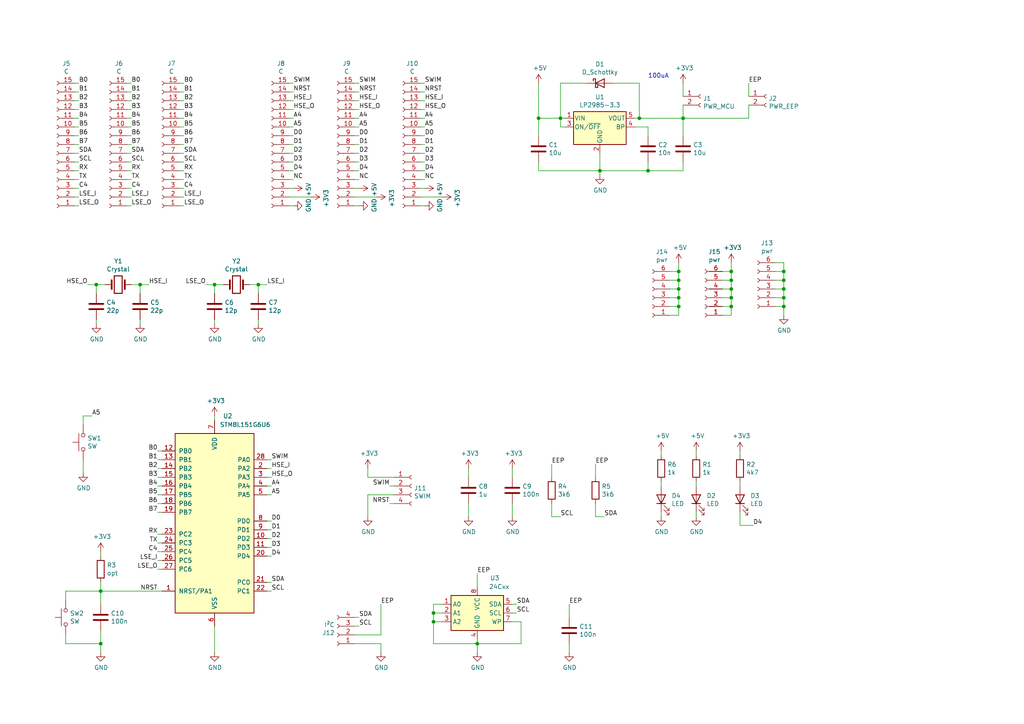
<source format=kicad_sch>
(kicad_sch (version 20211123) (generator eeschema)
  (paper "A4")
  (lib_symbols
    (symbol "Connector:Conn_01x02_Female" (pin_names (offset 1.016) hide)
      (property "Reference" "J" (at 0 2.54 0))
      (property "Value" "Conn_01x02_Female" (at 0 -5.08 0))
      (symbol "Conn_01x02_Female_1_1"
        (arc (start 0 -2.032) (mid -0.508 -2.54) (end 0 -3.048) (stroke (width 0.1524)))
        (polyline (pts (xy -1.27 -2.54) (xy -0.508 -2.54)) (stroke (width 0.1524)))
        (polyline (pts (xy -1.27 0) (xy -0.508 0)) (stroke (width 0.1524)))
        (arc (start 0 0.508) (mid -0.508 0) (end 0 -0.508) (stroke (width 0.1524)))
        (pin passive line (at -5.08 0 0) (length 3.81) (name "Pin_1") (number "1"))
        (pin passive line (at -5.08 -2.54 0) (length 3.81) (name "Pin_2") (number "2"))
      )
    )
    (symbol "Connector:Conn_01x04_Female" (pin_names (offset 1.016) hide)
      (property "Reference" "J" (at 0 5.08 0))
      (property "Value" "Conn_01x04_Female" (at 0 -7.62 0))
      (symbol "Conn_01x04_Female_1_1"
        (arc (start 0 -4.572) (mid -0.508 -5.08) (end 0 -5.588) (stroke (width 0.1524)))
        (arc (start 0 -2.032) (mid -0.508 -2.54) (end 0 -3.048) (stroke (width 0.1524)))
        (polyline (pts (xy -1.27 -5.08) (xy -0.508 -5.08)) (stroke (width 0.1524)))
        (polyline (pts (xy -1.27 -2.54) (xy -0.508 -2.54)) (stroke (width 0.1524)))
        (polyline (pts (xy -1.27 0) (xy -0.508 0)) (stroke (width 0.1524)))
        (polyline (pts (xy -1.27 2.54) (xy -0.508 2.54)) (stroke (width 0.1524)))
        (arc (start 0 0.508) (mid -0.508 0) (end 0 -0.508) (stroke (width 0.1524)))
        (arc (start 0 3.048) (mid -0.508 2.54) (end 0 2.032) (stroke (width 0.1524)))
        (pin passive line (at -5.08 2.54 0) (length 3.81) (name "Pin_1") (number "1"))
        (pin passive line (at -5.08 0 0) (length 3.81) (name "Pin_2") (number "2"))
        (pin passive line (at -5.08 -2.54 0) (length 3.81) (name "Pin_3") (number "3"))
        (pin passive line (at -5.08 -5.08 0) (length 3.81) (name "Pin_4") (number "4"))
      )
    )
    (symbol "Connector:Conn_01x06_Female" (pin_names (offset 1.016) hide)
      (property "Reference" "J" (at 0 7.62 0))
      (property "Value" "Conn_01x06_Female" (at 0 -10.16 0))
      (symbol "Conn_01x06_Female_1_1"
        (arc (start 0 -7.112) (mid -0.508 -7.62) (end 0 -8.128) (stroke (width 0.1524)))
        (arc (start 0 -4.572) (mid -0.508 -5.08) (end 0 -5.588) (stroke (width 0.1524)))
        (arc (start 0 -2.032) (mid -0.508 -2.54) (end 0 -3.048) (stroke (width 0.1524)))
        (polyline (pts (xy -1.27 -7.62) (xy -0.508 -7.62)) (stroke (width 0.1524)))
        (polyline (pts (xy -1.27 -5.08) (xy -0.508 -5.08)) (stroke (width 0.1524)))
        (polyline (pts (xy -1.27 -2.54) (xy -0.508 -2.54)) (stroke (width 0.1524)))
        (polyline (pts (xy -1.27 0) (xy -0.508 0)) (stroke (width 0.1524)))
        (polyline (pts (xy -1.27 2.54) (xy -0.508 2.54)) (stroke (width 0.1524)))
        (polyline (pts (xy -1.27 5.08) (xy -0.508 5.08)) (stroke (width 0.1524)))
        (arc (start 0 0.508) (mid -0.508 0) (end 0 -0.508) (stroke (width 0.1524)))
        (arc (start 0 3.048) (mid -0.508 2.54) (end 0 2.032) (stroke (width 0.1524)))
        (arc (start 0 5.588) (mid -0.508 5.08) (end 0 4.572) (stroke (width 0.1524)))
        (pin passive line (at -5.08 5.08 0) (length 3.81) (name "Pin_1") (number "1"))
        (pin passive line (at -5.08 2.54 0) (length 3.81) (name "Pin_2") (number "2"))
        (pin passive line (at -5.08 0 0) (length 3.81) (name "Pin_3") (number "3"))
        (pin passive line (at -5.08 -2.54 0) (length 3.81) (name "Pin_4") (number "4"))
        (pin passive line (at -5.08 -5.08 0) (length 3.81) (name "Pin_5") (number "5"))
        (pin passive line (at -5.08 -7.62 0) (length 3.81) (name "Pin_6") (number "6"))
      )
    )
    (symbol "Connector:Conn_01x15_Female" (pin_names (offset 1.016) hide)
      (property "Reference" "J" (at 0 20.32 0))
      (property "Value" "Conn_01x15_Female" (at 0 -20.32 0))
      (symbol "Conn_01x15_Female_1_1"
        (arc (start 0 -17.272) (mid -0.508 -17.78) (end 0 -18.288) (stroke (width 0.1524)))
        (arc (start 0 -14.732) (mid -0.508 -15.24) (end 0 -15.748) (stroke (width 0.1524)))
        (arc (start 0 -12.192) (mid -0.508 -12.7) (end 0 -13.208) (stroke (width 0.1524)))
        (arc (start 0 -9.652) (mid -0.508 -10.16) (end 0 -10.668) (stroke (width 0.1524)))
        (arc (start 0 -7.112) (mid -0.508 -7.62) (end 0 -8.128) (stroke (width 0.1524)))
        (arc (start 0 -4.572) (mid -0.508 -5.08) (end 0 -5.588) (stroke (width 0.1524)))
        (arc (start 0 -2.032) (mid -0.508 -2.54) (end 0 -3.048) (stroke (width 0.1524)))
        (polyline (pts (xy -1.27 -17.78) (xy -0.508 -17.78)) (stroke (width 0.1524)))
        (polyline (pts (xy -1.27 -15.24) (xy -0.508 -15.24)) (stroke (width 0.1524)))
        (polyline (pts (xy -1.27 -12.7) (xy -0.508 -12.7)) (stroke (width 0.1524)))
        (polyline (pts (xy -1.27 -10.16) (xy -0.508 -10.16)) (stroke (width 0.1524)))
        (polyline (pts (xy -1.27 -7.62) (xy -0.508 -7.62)) (stroke (width 0.1524)))
        (polyline (pts (xy -1.27 -5.08) (xy -0.508 -5.08)) (stroke (width 0.1524)))
        (polyline (pts (xy -1.27 -2.54) (xy -0.508 -2.54)) (stroke (width 0.1524)))
        (polyline (pts (xy -1.27 0) (xy -0.508 0)) (stroke (width 0.1524)))
        (polyline (pts (xy -1.27 2.54) (xy -0.508 2.54)) (stroke (width 0.1524)))
        (polyline (pts (xy -1.27 5.08) (xy -0.508 5.08)) (stroke (width 0.1524)))
        (polyline (pts (xy -1.27 7.62) (xy -0.508 7.62)) (stroke (width 0.1524)))
        (polyline (pts (xy -1.27 10.16) (xy -0.508 10.16)) (stroke (width 0.1524)))
        (polyline (pts (xy -1.27 12.7) (xy -0.508 12.7)) (stroke (width 0.1524)))
        (polyline (pts (xy -1.27 15.24) (xy -0.508 15.24)) (stroke (width 0.1524)))
        (polyline (pts (xy -1.27 17.78) (xy -0.508 17.78)) (stroke (width 0.1524)))
        (arc (start 0 0.508) (mid -0.508 0) (end 0 -0.508) (stroke (width 0.1524)))
        (arc (start 0 3.048) (mid -0.508 2.54) (end 0 2.032) (stroke (width 0.1524)))
        (arc (start 0 5.588) (mid -0.508 5.08) (end 0 4.572) (stroke (width 0.1524)))
        (arc (start 0 8.128) (mid -0.508 7.62) (end 0 7.112) (stroke (width 0.1524)))
        (arc (start 0 10.668) (mid -0.508 10.16) (end 0 9.652) (stroke (width 0.1524)))
        (arc (start 0 13.208) (mid -0.508 12.7) (end 0 12.192) (stroke (width 0.1524)))
        (arc (start 0 15.748) (mid -0.508 15.24) (end 0 14.732) (stroke (width 0.1524)))
        (arc (start 0 18.288) (mid -0.508 17.78) (end 0 17.272) (stroke (width 0.1524)))
        (pin passive line (at -5.08 17.78 0) (length 3.81) (name "Pin_1") (number "1"))
        (pin passive line (at -5.08 -5.08 0) (length 3.81) (name "Pin_10") (number "10"))
        (pin passive line (at -5.08 -7.62 0) (length 3.81) (name "Pin_11") (number "11"))
        (pin passive line (at -5.08 -10.16 0) (length 3.81) (name "Pin_12") (number "12"))
        (pin passive line (at -5.08 -12.7 0) (length 3.81) (name "Pin_13") (number "13"))
        (pin passive line (at -5.08 -15.24 0) (length 3.81) (name "Pin_14") (number "14"))
        (pin passive line (at -5.08 -17.78 0) (length 3.81) (name "Pin_15") (number "15"))
        (pin passive line (at -5.08 15.24 0) (length 3.81) (name "Pin_2") (number "2"))
        (pin passive line (at -5.08 12.7 0) (length 3.81) (name "Pin_3") (number "3"))
        (pin passive line (at -5.08 10.16 0) (length 3.81) (name "Pin_4") (number "4"))
        (pin passive line (at -5.08 7.62 0) (length 3.81) (name "Pin_5") (number "5"))
        (pin passive line (at -5.08 5.08 0) (length 3.81) (name "Pin_6") (number "6"))
        (pin passive line (at -5.08 2.54 0) (length 3.81) (name "Pin_7") (number "7"))
        (pin passive line (at -5.08 0 0) (length 3.81) (name "Pin_8") (number "8"))
        (pin passive line (at -5.08 -2.54 0) (length 3.81) (name "Pin_9") (number "9"))
      )
    )
    (symbol "Device:C" (pin_numbers hide) (pin_names (offset 0.254))
      (property "Reference" "C" (at 0.635 2.54 0))
      (property "Value" "C" (at 0.635 -2.54 0))
      (symbol "C_0_1"
        (polyline (pts (xy -2.032 -0.762) (xy 2.032 -0.762)) (stroke (width 0.508)))
        (polyline (pts (xy -2.032 0.762) (xy 2.032 0.762)) (stroke (width 0.508)))
      )
      (symbol "C_1_1"
        (pin passive line (at 0 3.81 270) (length 2.794) (name "~") (number "1"))
        (pin passive line (at 0 -3.81 90) (length 2.794) (name "~") (number "2"))
      )
    )
    (symbol "Device:Crystal" (pin_numbers hide) (pin_names (offset 1.016) hide)
      (property "Reference" "Y" (at 0 3.81 0))
      (property "Value" "Crystal" (at 0 -3.81 0))
      (symbol "Crystal_0_1"
        (rectangle (start -1.143 2.54) (end 1.143 -2.54) (stroke (width 0.3048)))
        (polyline (pts (xy -2.54 0) (xy -1.905 0)))
        (polyline (pts (xy -1.905 -1.27) (xy -1.905 1.27)) (stroke (width 0.508)))
        (polyline (pts (xy 1.905 -1.27) (xy 1.905 1.27)) (stroke (width 0.508)))
        (polyline (pts (xy 2.54 0) (xy 1.905 0)))
      )
      (symbol "Crystal_1_1"
        (pin passive line (at -3.81 0 0) (length 1.27) (name "1") (number "1"))
        (pin passive line (at 3.81 0 180) (length 1.27) (name "2") (number "2"))
      )
    )
    (symbol "Device:D_Schottky" (pin_numbers hide) (pin_names (offset 1.016) hide)
      (property "Reference" "D" (at 0 2.54 0))
      (property "Value" "D_Schottky" (at 0 -2.54 0))
      (symbol "D_Schottky_0_1"
        (polyline (pts (xy 1.27 0) (xy -1.27 0)))
        (polyline (pts (xy 1.27 1.27) (xy 1.27 -1.27) (xy -1.27 0) (xy 1.27 1.27)) (stroke (width 0.254)))
        (polyline (pts (xy -1.905 0.635) (xy -1.905 1.27) (xy -1.27 1.27) (xy -1.27 -1.27) (xy -0.635 -1.27) (xy -0.635 -0.635)) (stroke (width 0.254)))
      )
      (symbol "D_Schottky_1_1"
        (pin passive line (at -3.81 0 0) (length 2.54) (name "K") (number "1"))
        (pin passive line (at 3.81 0 180) (length 2.54) (name "A") (number "2"))
      )
    )
    (symbol "Device:LED" (pin_numbers hide) (pin_names (offset 1.016) hide)
      (property "Reference" "D" (at 0 2.54 0))
      (property "Value" "LED" (at 0 -2.54 0))
      (symbol "LED_0_1"
        (polyline (pts (xy -1.27 -1.27) (xy -1.27 1.27)) (stroke (width 0.254)))
        (polyline (pts (xy -1.27 0) (xy 1.27 0)))
        (polyline (pts (xy 1.27 -1.27) (xy 1.27 1.27) (xy -1.27 0) (xy 1.27 -1.27)) (stroke (width 0.254)))
        (polyline (pts (xy -3.048 -0.762) (xy -4.572 -2.286) (xy -3.81 -2.286) (xy -4.572 -2.286) (xy -4.572 -1.524)))
        (polyline (pts (xy -1.778 -0.762) (xy -3.302 -2.286) (xy -2.54 -2.286) (xy -3.302 -2.286) (xy -3.302 -1.524)))
      )
      (symbol "LED_1_1"
        (pin passive line (at -3.81 0 0) (length 2.54) (name "K") (number "1"))
        (pin passive line (at 3.81 0 180) (length 2.54) (name "A") (number "2"))
      )
    )
    (symbol "Device:R" (pin_numbers hide) (pin_names (offset 0))
      (property "Reference" "R" (at 2.032 0 90))
      (property "Value" "R" (at 0 0 90))
      (symbol "R_0_1"
        (rectangle (start -1.016 -2.54) (end 1.016 2.54) (stroke (width 0.254)))
      )
      (symbol "R_1_1"
        (pin passive line (at 0 3.81 270) (length 1.27) (name "~") (number "1"))
        (pin passive line (at 0 -3.81 90) (length 1.27) (name "~") (number "2"))
      )
    )
    (symbol "Memory_EEPROM:AT24CS02-SSHM"
      (property "Reference" "U" (at -7.62 6.35 0))
      (property "Value" "AT24CS02-SSHM" (at 2.54 -6.35 0))
      (symbol "AT24CS02-SSHM_1_1"
        (rectangle (start -7.62 5.08) (end 7.62 -5.08) (stroke (width 0.254)) (fill (type background)))
        (pin input line (at -10.16 2.54 0) (length 2.54) (name "A0") (number "1"))
        (pin input line (at -10.16 0 0) (length 2.54) (name "A1") (number "2"))
        (pin input line (at -10.16 -2.54 0) (length 2.54) (name "A2") (number "3"))
        (pin power_in line (at 0 -7.62 90) (length 2.54) (name "GND") (number "4"))
        (pin bidirectional line (at 10.16 2.54 180) (length 2.54) (name "SDA") (number "5"))
        (pin input line (at 10.16 0 180) (length 2.54) (name "SCL") (number "6"))
        (pin input line (at 10.16 -2.54 180) (length 2.54) (name "WP") (number "7"))
        (pin power_in line (at 0 7.62 270) (length 2.54) (name "VCC") (number "8"))
      )
    )
    (symbol "Regulator_Linear:LP2985-3.3" (pin_names (offset 0.254))
      (property "Reference" "U" (at -6.35 5.715 0))
      (property "Value" "LP2985-3.3" (at 0 5.715 0))
      (symbol "LP2985-3.3_0_1"
        (rectangle (start -7.62 -5.08) (end 7.62 4.445) (stroke (width 0.254)) (fill (type background)))
      )
      (symbol "LP2985-3.3_1_1"
        (pin power_in line (at -10.16 2.54 0) (length 2.54) (name "VIN") (number "1"))
        (pin power_in line (at 0 -7.62 90) (length 2.54) (name "GND") (number "2"))
        (pin input line (at -10.16 0 0) (length 2.54) (name "ON/~{OFF}") (number "3"))
        (pin input line (at 10.16 0 180) (length 2.54) (name "BP") (number "4"))
        (pin power_out line (at 10.16 2.54 180) (length 2.54) (name "VOUT") (number "5"))
      )
    )
    (symbol "Switch:SW_Push" (pin_numbers hide) (pin_names (offset 1.016) hide)
      (property "Reference" "SW" (at 1.27 2.54 0))
      (property "Value" "SW_Push" (at 0 -1.524 0))
      (symbol "SW_Push_0_1"
        (circle (center -2.032 0) (radius 0.508))
        (polyline (pts (xy 0 1.27) (xy 0 3.048)))
        (polyline (pts (xy 2.54 1.27) (xy -2.54 1.27)))
        (circle (center 2.032 0) (radius 0.508))
        (pin passive line (at -5.08 0 0) (length 2.54) (name "1") (number "1"))
        (pin passive line (at 5.08 0 180) (length 2.54) (name "2") (number "2"))
      )
    )
    (symbol "libs:STM8L151G6U6" (pin_names (offset 1.016))
      (property "Reference" "U" (at 1.27 25.4 0))
      (property "Value" "STM8L151G6U6" (at 1.27 22.86 0))
      (symbol "STM8L151G6U6_0_1"
        (rectangle (start -11.43 21.59) (end 11.43 -30.48) (stroke (width 0.254)) (fill (type background)))
      )
      (symbol "STM8L151G6U6_1_1"
        (pin input line (at -15.24 -24.13 0) (length 3.81) (name "NRST/PA1") (number "1"))
        (pin bidirectional line (at 15.24 -8.89 180) (length 3.81) (name "PD2") (number "10"))
        (pin bidirectional line (at 15.24 -11.43 180) (length 3.81) (name "PD3") (number "11"))
        (pin bidirectional line (at -15.24 16.51 0) (length 3.81) (name "PB0") (number "12"))
        (pin bidirectional line (at -15.24 13.97 0) (length 3.81) (name "PB1") (number "13"))
        (pin bidirectional line (at -15.24 11.43 0) (length 3.81) (name "PB2") (number "14"))
        (pin bidirectional line (at -15.24 8.89 0) (length 3.81) (name "PB3") (number "15"))
        (pin bidirectional line (at -15.24 6.35 0) (length 3.81) (name "PB4") (number "16"))
        (pin bidirectional line (at -15.24 3.81 0) (length 3.81) (name "PB5") (number "17"))
        (pin bidirectional line (at -15.24 1.27 0) (length 3.81) (name "PB6") (number "18"))
        (pin bidirectional line (at -15.24 -1.27 0) (length 3.81) (name "PB7") (number "19"))
        (pin bidirectional line (at 15.24 11.43 180) (length 3.81) (name "PA2") (number "2"))
        (pin bidirectional line (at 15.24 -13.97 180) (length 3.81) (name "PD4") (number "20"))
        (pin bidirectional line (at 15.24 -21.59 180) (length 3.81) (name "PC0") (number "21"))
        (pin bidirectional line (at 15.24 -24.13 180) (length 3.81) (name "PC1") (number "22"))
        (pin bidirectional line (at -15.24 -7.62 0) (length 3.81) (name "PC2") (number "23"))
        (pin bidirectional line (at -15.24 -10.16 0) (length 3.81) (name "PC3") (number "24"))
        (pin bidirectional line (at -15.24 -12.7 0) (length 3.81) (name "PC4") (number "25"))
        (pin bidirectional line (at -15.24 -15.24 0) (length 3.81) (name "PC5") (number "26"))
        (pin bidirectional line (at -15.24 -17.78 0) (length 3.81) (name "PC6") (number "27"))
        (pin bidirectional line (at 15.24 13.97 180) (length 3.81) (name "PA0") (number "28"))
        (pin bidirectional line (at 15.24 8.89 180) (length 3.81) (name "PA3") (number "3"))
        (pin bidirectional line (at 15.24 6.35 180) (length 3.81) (name "PA4") (number "4"))
        (pin bidirectional line (at 15.24 3.81 180) (length 3.81) (name "PA5") (number "5"))
        (pin power_in line (at 0 -34.29 90) (length 3.81) (name "VSS") (number "6"))
        (pin power_in line (at 0 25.4 270) (length 3.81) (name "VDD") (number "7"))
        (pin bidirectional line (at 15.24 -3.81 180) (length 3.81) (name "PD0") (number "8"))
        (pin bidirectional line (at 15.24 -6.35 180) (length 3.81) (name "PD1") (number "9"))
      )
    )
    (symbol "power:+3.3V" (power) (pin_names (offset 0))
      (property "Value" "+3.3V" (at 0 3.556 0))
      (symbol "+3.3V_0_1"
        (polyline (pts (xy -0.762 1.27) (xy 0 2.54)))
        (polyline (pts (xy 0 0) (xy 0 2.54)))
        (polyline (pts (xy 0 2.54) (xy 0.762 1.27)))
      )
      (symbol "+3.3V_1_1"
        (pin power_in line (at 0 0 90) (length 0) hide (name "+3V3") (number "1"))
      )
    )
    (symbol "power:+5V" (power) (pin_names (offset 0))
      (property "Value" "+5V" (at 0 3.556 0))
      (symbol "+5V_0_1"
        (polyline (pts (xy -0.762 1.27) (xy 0 2.54)))
        (polyline (pts (xy 0 0) (xy 0 2.54)))
        (polyline (pts (xy 0 2.54) (xy 0.762 1.27)))
      )
      (symbol "+5V_1_1"
        (pin power_in line (at 0 0 90) (length 0) hide (name "+5V") (number "1"))
      )
    )
    (symbol "power:GND" (power) (pin_names (offset 0))
      (property "Value" "GND" (at 0 -3.81 0))
      (symbol "GND_0_1"
        (polyline (pts (xy 0 0) (xy 0 -1.27) (xy 1.27 -1.27) (xy 0 -2.54) (xy -1.27 -1.27) (xy 0 -1.27)))
      )
      (symbol "GND_1_1"
        (pin power_in line (at 0 0 270) (length 0) hide (name "GND") (number "1"))
      )
    )
  )
  (junction (at 212.09 78.74))
  (junction (at 227.33 81.28))
  (junction (at 29.21 186.69))
  (junction (at 40.64 82.55))
  (junction (at 212.09 88.9))
  (junction (at 196.85 88.9))
  (junction (at 196.85 86.36))
  (junction (at 156.21 34.29))
  (junction (at 173.99 49.53))
  (junction (at 212.09 83.82))
  (junction (at 196.85 78.74))
  (junction (at 196.85 81.28))
  (junction (at 74.93 82.55))
  (junction (at 29.21 171.45))
  (junction (at 27.94 82.55))
  (junction (at 162.56 34.29))
  (junction (at 138.43 186.69))
  (junction (at 62.23 82.55))
  (junction (at 227.33 86.36))
  (junction (at 227.33 78.74))
  (junction (at 187.96 49.53))
  (junction (at 227.33 83.82))
  (junction (at 125.73 180.34))
  (junction (at 212.09 81.28))
  (junction (at 227.33 88.9))
  (junction (at 212.09 86.36))
  (junction (at 196.85 83.82))
  (junction (at 185.42 34.29))
  (junction (at 125.73 177.8))
  (junction (at 198.12 34.29))
  (wire (pts (xy 209.55 81.28) (xy 212.09 81.28)))
  (wire (pts (xy 148.59 180.34) (xy 151.13 180.34)))
  (wire (pts (xy 53.34 31.75) (xy 52.07 31.75)))
  (wire (pts (xy 102.87 24.13) (xy 104.14 24.13)))
  (wire (pts (xy 227.33 91.44) (xy 227.33 88.9)))
  (wire (pts (xy 83.82 31.75) (xy 85.09 31.75)))
  (wire (pts (xy 121.92 31.75) (xy 123.19 31.75)))
  (wire (pts (xy 83.82 26.67) (xy 85.09 26.67)))
  (wire (pts (xy 187.96 49.53) (xy 198.12 49.53)))
  (wire (pts (xy 110.49 175.26) (xy 110.49 184.15)))
  (wire (pts (xy 135.89 135.89) (xy 135.89 138.43)))
  (wire (pts (xy 201.93 130.81) (xy 201.93 132.08)))
  (wire (pts (xy 214.63 130.81) (xy 214.63 132.08)))
  (wire (pts (xy 85.09 36.83) (xy 83.82 36.83)))
  (wire (pts (xy 24.13 123.19) (xy 24.13 120.65)))
  (wire (pts (xy 212.09 76.2) (xy 212.09 78.74)))
  (wire (pts (xy 172.72 146.05) (xy 172.72 149.86)))
  (wire (pts (xy 38.1 31.75) (xy 36.83 31.75)))
  (wire (pts (xy 212.09 81.28) (xy 212.09 83.82)))
  (wire (pts (xy 29.21 182.88) (xy 29.21 186.69)))
  (wire (pts (xy 40.64 82.55) (xy 43.18 82.55)))
  (wire (pts (xy 36.83 59.69) (xy 38.1 59.69)))
  (wire (pts (xy 38.1 41.91) (xy 36.83 41.91)))
  (wire (pts (xy 163.83 36.83) (xy 162.56 36.83)))
  (wire (pts (xy 85.09 34.29) (xy 83.82 34.29)))
  (wire (pts (xy 148.59 175.26) (xy 149.86 175.26)))
  (wire (pts (xy 187.96 46.99) (xy 187.96 49.53)))
  (wire (pts (xy 62.23 92.71) (xy 62.23 93.98)))
  (wire (pts (xy 209.55 91.44) (xy 212.09 91.44)))
  (wire (pts (xy 62.23 82.55) (xy 59.69 82.55)))
  (wire (pts (xy 214.63 152.4) (xy 218.44 152.4)))
  (wire (pts (xy 102.87 59.69) (xy 104.14 59.69)))
  (wire (pts (xy 196.85 81.28) (xy 196.85 83.82)))
  (wire (pts (xy 53.34 49.53) (xy 52.07 49.53)))
  (wire (pts (xy 212.09 86.36) (xy 209.55 86.36)))
  (wire (pts (xy 198.12 30.48) (xy 198.12 34.29)))
  (wire (pts (xy 227.33 81.28) (xy 227.33 83.82)))
  (wire (pts (xy 22.86 29.21) (xy 21.59 29.21)))
  (wire (pts (xy 27.94 82.55) (xy 27.94 85.09)))
  (wire (pts (xy 125.73 186.69) (xy 138.43 186.69)))
  (wire (pts (xy 52.07 59.69) (xy 53.34 59.69)))
  (wire (pts (xy 173.99 44.45) (xy 173.99 49.53)))
  (wire (pts (xy 196.85 78.74) (xy 196.85 81.28)))
  (wire (pts (xy 83.82 57.15) (xy 90.17 57.15)))
  (wire (pts (xy 38.1 24.13) (xy 36.83 24.13)))
  (wire (pts (xy 45.72 157.48) (xy 46.99 157.48)))
  (wire (pts (xy 45.72 138.43) (xy 46.99 138.43)))
  (wire (pts (xy 224.79 86.36) (xy 227.33 86.36)))
  (wire (pts (xy 27.94 92.71) (xy 27.94 93.98)))
  (wire (pts (xy 24.13 133.35) (xy 24.13 137.16)))
  (wire (pts (xy 85.09 41.91) (xy 83.82 41.91)))
  (wire (pts (xy 29.21 161.29) (xy 29.21 160.02)))
  (wire (pts (xy 128.27 175.26) (xy 125.73 175.26)))
  (wire (pts (xy 22.86 36.83) (xy 21.59 36.83)))
  (wire (pts (xy 102.87 179.07) (xy 104.14 179.07)))
  (wire (pts (xy 40.64 92.71) (xy 40.64 93.98)))
  (wire (pts (xy 196.85 76.2) (xy 196.85 78.74)))
  (wire (pts (xy 121.92 26.67) (xy 123.19 26.67)))
  (wire (pts (xy 198.12 24.13) (xy 198.12 27.94)))
  (wire (pts (xy 38.1 52.07) (xy 36.83 52.07)))
  (wire (pts (xy 209.55 88.9) (xy 212.09 88.9)))
  (wire (pts (xy 45.72 135.89) (xy 46.99 135.89)))
  (wire (pts (xy 121.92 52.07) (xy 123.19 52.07)))
  (wire (pts (xy 209.55 83.82) (xy 212.09 83.82)))
  (wire (pts (xy 102.87 186.69) (xy 110.49 186.69)))
  (wire (pts (xy 38.1 39.37) (xy 36.83 39.37)))
  (wire (pts (xy 123.19 46.99) (xy 121.92 46.99)))
  (wire (pts (xy 102.87 26.67) (xy 104.14 26.67)))
  (wire (pts (xy 227.33 88.9) (xy 224.79 88.9)))
  (wire (pts (xy 162.56 34.29) (xy 162.56 24.13)))
  (wire (pts (xy 85.09 49.53) (xy 83.82 49.53)))
  (wire (pts (xy 217.17 27.94) (xy 217.17 24.13)))
  (wire (pts (xy 196.85 88.9) (xy 196.85 86.36)))
  (wire (pts (xy 46.99 165.1) (xy 45.72 165.1)))
  (wire (pts (xy 45.72 154.94) (xy 46.99 154.94)))
  (wire (pts (xy 209.55 78.74) (xy 212.09 78.74)))
  (wire (pts (xy 198.12 34.29) (xy 198.12 39.37)))
  (wire (pts (xy 148.59 177.8) (xy 149.86 177.8)))
  (wire (pts (xy 196.85 91.44) (xy 196.85 88.9)))
  (wire (pts (xy 194.31 81.28) (xy 196.85 81.28)))
  (wire (pts (xy 104.14 39.37) (xy 102.87 39.37)))
  (wire (pts (xy 74.93 82.55) (xy 74.93 85.09)))
  (wire (pts (xy 165.1 179.07) (xy 165.1 175.26)))
  (wire (pts (xy 45.72 133.35) (xy 46.99 133.35)))
  (wire (pts (xy 125.73 177.8) (xy 125.73 180.34)))
  (wire (pts (xy 78.74 140.97) (xy 77.47 140.97)))
  (wire (pts (xy 19.05 171.45) (xy 19.05 173.99)))
  (wire (pts (xy 78.74 156.21) (xy 77.47 156.21)))
  (wire (pts (xy 22.86 44.45) (xy 21.59 44.45)))
  (wire (pts (xy 53.34 52.07) (xy 52.07 52.07)))
  (wire (pts (xy 128.27 180.34) (xy 125.73 180.34)))
  (wire (pts (xy 53.34 44.45) (xy 52.07 44.45)))
  (wire (pts (xy 45.72 160.02) (xy 46.99 160.02)))
  (wire (pts (xy 224.79 83.82) (xy 227.33 83.82)))
  (wire (pts (xy 29.21 186.69) (xy 29.21 189.23)))
  (wire (pts (xy 53.34 36.83) (xy 52.07 36.83)))
  (wire (pts (xy 102.87 29.21) (xy 104.14 29.21)))
  (wire (pts (xy 212.09 88.9) (xy 212.09 86.36)))
  (wire (pts (xy 160.02 134.62) (xy 160.02 138.43)))
  (wire (pts (xy 24.13 120.65) (xy 26.67 120.65)))
  (wire (pts (xy 102.87 184.15) (xy 110.49 184.15)))
  (wire (pts (xy 19.05 186.69) (xy 29.21 186.69)))
  (wire (pts (xy 38.1 26.67) (xy 36.83 26.67)))
  (wire (pts (xy 27.94 82.55) (xy 25.4 82.55)))
  (wire (pts (xy 78.74 151.13) (xy 77.47 151.13)))
  (wire (pts (xy 224.79 78.74) (xy 227.33 78.74)))
  (wire (pts (xy 52.07 57.15) (xy 53.34 57.15)))
  (wire (pts (xy 165.1 186.69) (xy 165.1 189.23)))
  (wire (pts (xy 121.92 24.13) (xy 123.19 24.13)))
  (wire (pts (xy 191.77 148.59) (xy 191.77 149.86)))
  (wire (pts (xy 227.33 86.36) (xy 227.33 88.9)))
  (wire (pts (xy 173.99 50.8) (xy 173.99 49.53)))
  (wire (pts (xy 62.23 189.23) (xy 62.23 181.61)))
  (wire (pts (xy 194.31 88.9) (xy 196.85 88.9)))
  (wire (pts (xy 72.39 82.55) (xy 74.93 82.55)))
  (wire (pts (xy 38.1 34.29) (xy 36.83 34.29)))
  (wire (pts (xy 22.86 26.67) (xy 21.59 26.67)))
  (wire (pts (xy 53.34 34.29) (xy 52.07 34.29)))
  (wire (pts (xy 121.92 59.69) (xy 123.19 59.69)))
  (wire (pts (xy 83.82 59.69) (xy 85.09 59.69)))
  (wire (pts (xy 128.27 177.8) (xy 125.73 177.8)))
  (wire (pts (xy 185.42 34.29) (xy 198.12 34.29)))
  (wire (pts (xy 135.89 146.05) (xy 135.89 149.86)))
  (wire (pts (xy 104.14 46.99) (xy 102.87 46.99)))
  (wire (pts (xy 29.21 171.45) (xy 46.99 171.45)))
  (wire (pts (xy 29.21 168.91) (xy 29.21 171.45)))
  (wire (pts (xy 151.13 180.34) (xy 151.13 186.69)))
  (wire (pts (xy 104.14 36.83) (xy 102.87 36.83)))
  (wire (pts (xy 22.86 41.91) (xy 21.59 41.91)))
  (wire (pts (xy 22.86 49.53) (xy 21.59 49.53)))
  (wire (pts (xy 138.43 186.69) (xy 138.43 189.23)))
  (wire (pts (xy 53.34 26.67) (xy 52.07 26.67)))
  (wire (pts (xy 194.31 83.82) (xy 196.85 83.82)))
  (wire (pts (xy 106.68 143.51) (xy 106.68 149.86)))
  (wire (pts (xy 22.86 31.75) (xy 21.59 31.75)))
  (wire (pts (xy 83.82 24.13) (xy 85.09 24.13)))
  (wire (pts (xy 121.92 29.21) (xy 123.19 29.21)))
  (wire (pts (xy 21.59 54.61) (xy 22.86 54.61)))
  (wire (pts (xy 40.64 82.55) (xy 40.64 85.09)))
  (wire (pts (xy 83.82 52.07) (xy 85.09 52.07)))
  (wire (pts (xy 78.74 143.51) (xy 77.47 143.51)))
  (wire (pts (xy 62.23 82.55) (xy 62.23 85.09)))
  (wire (pts (xy 123.19 36.83) (xy 121.92 36.83)))
  (wire (pts (xy 22.86 52.07) (xy 21.59 52.07)))
  (wire (pts (xy 125.73 180.34) (xy 125.73 186.69)))
  (wire (pts (xy 114.3 146.05) (xy 113.03 146.05)))
  (wire (pts (xy 30.48 82.55) (xy 27.94 82.55)))
  (wire (pts (xy 85.09 44.45) (xy 83.82 44.45)))
  (wire (pts (xy 185.42 34.29) (xy 184.15 34.29)))
  (wire (pts (xy 198.12 34.29) (xy 217.17 34.29)))
  (wire (pts (xy 162.56 24.13) (xy 170.18 24.13)))
  (wire (pts (xy 77.47 171.45) (xy 78.74 171.45)))
  (wire (pts (xy 64.77 82.55) (xy 62.23 82.55)))
  (wire (pts (xy 123.19 41.91) (xy 121.92 41.91)))
  (wire (pts (xy 110.49 186.69) (xy 110.49 189.23)))
  (wire (pts (xy 160.02 146.05) (xy 160.02 149.86)))
  (wire (pts (xy 114.3 140.97) (xy 113.03 140.97)))
  (wire (pts (xy 194.31 78.74) (xy 196.85 78.74)))
  (wire (pts (xy 196.85 86.36) (xy 194.31 86.36)))
  (wire (pts (xy 196.85 83.82) (xy 196.85 86.36)))
  (wire (pts (xy 36.83 57.15) (xy 38.1 57.15)))
  (wire (pts (xy 156.21 34.29) (xy 162.56 34.29)))
  (wire (pts (xy 45.72 148.59) (xy 46.99 148.59)))
  (wire (pts (xy 187.96 36.83) (xy 187.96 39.37)))
  (wire (pts (xy 160.02 149.86) (xy 162.56 149.86)))
  (wire (pts (xy 224.79 76.2) (xy 227.33 76.2)))
  (wire (pts (xy 227.33 76.2) (xy 227.33 78.74)))
  (wire (pts (xy 77.47 138.43) (xy 78.74 138.43)))
  (wire (pts (xy 163.83 34.29) (xy 162.56 34.29)))
  (wire (pts (xy 53.34 29.21) (xy 52.07 29.21)))
  (wire (pts (xy 191.77 130.81) (xy 191.77 132.08)))
  (wire (pts (xy 53.34 46.99) (xy 52.07 46.99)))
  (wire (pts (xy 38.1 44.45) (xy 36.83 44.45)))
  (wire (pts (xy 22.86 39.37) (xy 21.59 39.37)))
  (wire (pts (xy 106.68 138.43) (xy 106.68 135.89)))
  (wire (pts (xy 212.09 78.74) (xy 212.09 81.28)))
  (wire (pts (xy 198.12 49.53) (xy 198.12 46.99)))
  (wire (pts (xy 148.59 146.05) (xy 148.59 149.86)))
  (wire (pts (xy 78.74 153.67) (xy 77.47 153.67)))
  (wire (pts (xy 194.31 91.44) (xy 196.85 91.44)))
  (wire (pts (xy 19.05 184.15) (xy 19.05 186.69)))
  (wire (pts (xy 217.17 34.29) (xy 217.17 30.48)))
  (wire (pts (xy 29.21 171.45) (xy 19.05 171.45)))
  (wire (pts (xy 191.77 139.7) (xy 191.77 140.97)))
  (wire (pts (xy 102.87 181.61) (xy 104.14 181.61)))
  (wire (pts (xy 22.86 24.13) (xy 21.59 24.13)))
  (wire (pts (xy 38.1 29.21) (xy 36.83 29.21)))
  (wire (pts (xy 21.59 59.69) (xy 22.86 59.69)))
  (wire (pts (xy 45.72 130.81) (xy 46.99 130.81)))
  (wire (pts (xy 102.87 57.15) (xy 109.22 57.15)))
  (wire (pts (xy 123.19 44.45) (xy 121.92 44.45)))
  (wire (pts (xy 227.33 83.82) (xy 227.33 86.36)))
  (wire (pts (xy 201.93 148.59) (xy 201.93 149.86)))
  (wire (pts (xy 74.93 82.55) (xy 77.47 82.55)))
  (wire (pts (xy 156.21 49.53) (xy 173.99 49.53)))
  (wire (pts (xy 173.99 49.53) (xy 187.96 49.53)))
  (wire (pts (xy 85.09 39.37) (xy 83.82 39.37)))
  (wire (pts (xy 38.1 46.99) (xy 36.83 46.99)))
  (wire (pts (xy 224.79 81.28) (xy 227.33 81.28)))
  (wire (pts (xy 78.74 161.29) (xy 77.47 161.29)))
  (wire (pts (xy 29.21 171.45) (xy 29.21 175.26)))
  (wire (pts (xy 77.47 168.91) (xy 78.74 168.91)))
  (wire (pts (xy 22.86 46.99) (xy 21.59 46.99)))
  (wire (pts (xy 62.23 120.65) (xy 62.23 121.92)))
  (wire (pts (xy 53.34 24.13) (xy 52.07 24.13)))
  (wire (pts (xy 38.1 82.55) (xy 40.64 82.55)))
  (wire (pts (xy 104.14 34.29) (xy 102.87 34.29)))
  (wire (pts (xy 156.21 34.29) (xy 156.21 39.37)))
  (wire (pts (xy 162.56 36.83) (xy 162.56 34.29)))
  (wire (pts (xy 53.34 41.91) (xy 52.07 41.91)))
  (wire (pts (xy 104.14 44.45) (xy 102.87 44.45)))
  (wire (pts (xy 102.87 52.07) (xy 104.14 52.07)))
  (wire (pts (xy 106.68 143.51) (xy 114.3 143.51)))
  (wire (pts (xy 74.93 92.71) (xy 74.93 93.98)))
  (wire (pts (xy 45.72 146.05) (xy 46.99 146.05)))
  (wire (pts (xy 138.43 166.37) (xy 138.43 170.18)))
  (wire (pts (xy 45.72 140.97) (xy 46.99 140.97)))
  (wire (pts (xy 123.19 39.37) (xy 121.92 39.37)))
  (wire (pts (xy 85.09 46.99) (xy 83.82 46.99)))
  (wire (pts (xy 38.1 49.53) (xy 36.83 49.53)))
  (wire (pts (xy 21.59 57.15) (xy 22.86 57.15)))
  (wire (pts (xy 83.82 29.21) (xy 85.09 29.21)))
  (wire (pts (xy 212.09 83.82) (xy 212.09 86.36)))
  (wire (pts (xy 53.34 39.37) (xy 52.07 39.37)))
  (wire (pts (xy 78.74 158.75) (xy 77.47 158.75)))
  (wire (pts (xy 227.33 78.74) (xy 227.33 81.28)))
  (wire (pts (xy 45.72 162.56) (xy 46.99 162.56)))
  (wire (pts (xy 148.59 135.89) (xy 148.59 138.43)))
  (wire (pts (xy 104.14 41.91) (xy 102.87 41.91)))
  (wire (pts (xy 214.63 148.59) (xy 214.63 152.4)))
  (wire (pts (xy 123.19 49.53) (xy 121.92 49.53)))
  (wire (pts (xy 83.82 54.61) (xy 85.09 54.61)))
  (wire (pts (xy 102.87 31.75) (xy 104.14 31.75)))
  (wire (pts (xy 38.1 36.83) (xy 36.83 36.83)))
  (wire (pts (xy 123.19 34.29) (xy 121.92 34.29)))
  (wire (pts (xy 121.92 54.61) (xy 123.19 54.61)))
  (wire (pts (xy 22.86 34.29) (xy 21.59 34.29)))
  (wire (pts (xy 156.21 24.13) (xy 156.21 34.29)))
  (wire (pts (xy 138.43 185.42) (xy 138.43 186.69)))
  (wire (pts (xy 172.72 149.86) (xy 175.26 149.86)))
  (wire (pts (xy 77.47 135.89) (xy 78.74 135.89)))
  (wire (pts (xy 177.8 24.13) (xy 185.42 24.13)))
  (wire (pts (xy 151.13 186.69) (xy 138.43 186.69)))
  (wire (pts (xy 201.93 139.7) (xy 201.93 140.97)))
  (wire (pts (xy 121.92 57.15) (xy 128.27 57.15)))
  (wire (pts (xy 104.14 49.53) (xy 102.87 49.53)))
  (wire (pts (xy 172.72 134.62) (xy 172.72 138.43)))
  (wire (pts (xy 102.87 54.61) (xy 104.14 54.61)))
  (wire (pts (xy 212.09 91.44) (xy 212.09 88.9)))
  (wire (pts (xy 106.68 138.43) (xy 114.3 138.43)))
  (wire (pts (xy 214.63 139.7) (xy 214.63 140.97)))
  (wire (pts (xy 125.73 175.26) (xy 125.73 177.8)))
  (wire (pts (xy 45.72 143.51) (xy 46.99 143.51)))
  (wire (pts (xy 52.07 54.61) (xy 53.34 54.61)))
  (wire (pts (xy 184.15 36.83) (xy 187.96 36.83)))
  (wire (pts (xy 156.21 46.99) (xy 156.21 49.53)))
  (wire (pts (xy 36.83 54.61) (xy 38.1 54.61)))
  (wire (pts (xy 77.47 133.35) (xy 78.74 133.35)))
  (wire (pts (xy 185.42 24.13) (xy 185.42 34.29)))
  (text "100uA" (at 187.96 22.86 0) (effects (font (size 1.27 1.27)) (justify left bottom)))
  (label "SDA" (at 175.26 149.86 0))
  (label "D4" (at 104.14 49.53 0))
  (label "TX" (at 22.86 52.07 0))
  (label "D2" (at 78.74 156.21 0))
  (label "SWIM" (at 104.14 24.13 0))
  (label "B1" (at 38.1 26.67 0))
  (label "SWIM" (at 113.03 140.97 180))
  (label "HSE_O" (at 25.4 82.55 180))
  (label "D0" (at 85.09 39.37 0))
  (label "D1" (at 85.09 41.91 0))
  (label "RX" (at 53.34 49.53 0))
  (label "B5" (at 53.34 36.83 0))
  (label "B0" (at 38.1 24.13 0))
  (label "SCL" (at 162.56 149.86 0))
  (label "NC" (at 123.19 52.07 0))
  (label "A5" (at 123.19 36.83 0))
  (label "C4" (at 38.1 54.61 0))
  (label "HSE_O" (at 104.14 31.75 0))
  (label "B2" (at 45.72 135.89 180))
  (label "EEP" (at 110.49 175.26 0))
  (label "SDA" (at 104.14 179.07 0))
  (label "B7" (at 38.1 41.91 0))
  (label "SDA" (at 22.86 44.45 0))
  (label "LSE_I" (at 22.86 57.15 0))
  (label "EEP" (at 217.17 24.13 0))
  (label "RX" (at 45.72 154.94 180))
  (label "B0" (at 45.72 130.81 180))
  (label "HSE_I" (at 123.19 29.21 0))
  (label "RX" (at 38.1 49.53 0))
  (label "SDA" (at 53.34 44.45 0))
  (label "B4" (at 45.72 140.97 180))
  (label "B2" (at 22.86 29.21 0))
  (label "RX" (at 22.86 49.53 0))
  (label "LSE_O" (at 22.86 59.69 0))
  (label "D1" (at 78.74 153.67 0))
  (label "LSE_O" (at 38.1 59.69 0))
  (label "B2" (at 38.1 29.21 0))
  (label "NRST" (at 104.14 26.67 0))
  (label "SCL" (at 22.86 46.99 0))
  (label "LSE_I" (at 45.72 162.56 180))
  (label "SWIM" (at 123.19 24.13 0))
  (label "SDA" (at 78.74 168.91 0))
  (label "B1" (at 45.72 133.35 180))
  (label "B7" (at 53.34 41.91 0))
  (label "B6" (at 53.34 39.37 0))
  (label "HSE_I" (at 85.09 29.21 0))
  (label "D3" (at 85.09 46.99 0))
  (label "A4" (at 85.09 34.29 0))
  (label "LSE_I" (at 38.1 57.15 0))
  (label "LSE_O" (at 53.34 59.69 0))
  (label "B3" (at 22.86 31.75 0))
  (label "B0" (at 22.86 24.13 0))
  (label "D1" (at 104.14 41.91 0))
  (label "HSE_I" (at 104.14 29.21 0))
  (label "SDA" (at 38.1 44.45 0))
  (label "SWIM" (at 78.74 133.35 0))
  (label "SWIM" (at 85.09 24.13 0))
  (label "B6" (at 38.1 39.37 0))
  (label "A5" (at 26.67 120.65 0))
  (label "B4" (at 53.34 34.29 0))
  (label "SCL" (at 104.14 181.61 0))
  (label "SCL" (at 38.1 46.99 0))
  (label "D0" (at 104.14 39.37 0))
  (label "B5" (at 22.86 36.83 0))
  (label "HSE_O" (at 85.09 31.75 0))
  (label "SDA" (at 149.86 175.26 0))
  (label "LSE_O" (at 45.72 165.1 180))
  (label "B2" (at 53.34 29.21 0))
  (label "B6" (at 22.86 39.37 0))
  (label "D1" (at 123.19 41.91 0))
  (label "B3" (at 53.34 31.75 0))
  (label "C4" (at 53.34 54.61 0))
  (label "A4" (at 104.14 34.29 0))
  (label "HSE_O" (at 78.74 138.43 0))
  (label "LSE_O" (at 59.69 82.55 180))
  (label "A4" (at 78.74 140.97 0))
  (label "B7" (at 45.72 148.59 180))
  (label "B7" (at 22.86 41.91 0))
  (label "A5" (at 85.09 36.83 0))
  (label "D4" (at 78.74 161.29 0))
  (label "A4" (at 123.19 34.29 0))
  (label "D2" (at 104.14 44.45 0))
  (label "SCL" (at 149.86 177.8 0))
  (label "EEP" (at 165.1 175.26 0))
  (label "EEP" (at 138.43 166.37 0))
  (label "NC" (at 104.14 52.07 0))
  (label "C4" (at 22.86 54.61 0))
  (label "NC" (at 85.09 52.07 0))
  (label "D4" (at 218.44 152.4 0))
  (label "B0" (at 53.34 24.13 0))
  (label "B3" (at 38.1 31.75 0))
  (label "D0" (at 123.19 39.37 0))
  (label "SCL" (at 53.34 46.99 0))
  (label "NRST" (at 113.03 146.05 180))
  (label "LSE_I" (at 77.47 82.55 0))
  (label "SCL" (at 78.74 171.45 0))
  (label "TX" (at 53.34 52.07 0))
  (label "NRST" (at 123.19 26.67 0))
  (label "D0" (at 78.74 151.13 0))
  (label "TX" (at 45.72 157.48 180))
  (label "A5" (at 78.74 143.51 0))
  (label "D4" (at 85.09 49.53 0))
  (label "HSE_I" (at 78.74 135.89 0))
  (label "HSE_I" (at 43.18 82.55 0))
  (label "B1" (at 22.86 26.67 0))
  (label "B3" (at 45.72 138.43 180))
  (label "A5" (at 104.14 36.83 0))
  (label "D3" (at 104.14 46.99 0))
  (label "D3" (at 78.74 158.75 0))
  (label "NRST" (at 45.72 171.45 180))
  (label "D2" (at 85.09 44.45 0))
  (label "D2" (at 123.19 44.45 0))
  (label "B6" (at 45.72 146.05 180))
  (label "HSE_O" (at 123.19 31.75 0))
  (label "TX" (at 38.1 52.07 0))
  (label "B5" (at 38.1 36.83 0))
  (label "B1" (at 53.34 26.67 0))
  (label "B4" (at 22.86 34.29 0))
  (label "EEP" (at 172.72 134.62 0))
  (label "B4" (at 38.1 34.29 0))
  (label "NRST" (at 85.09 26.67 0))
  (label "LSE_I" (at 53.34 57.15 0))
  (label "D4" (at 123.19 49.53 0))
  (label "D3" (at 123.19 46.99 0))
  (label "C4" (at 45.72 160.02 180))
  (label "B5" (at 45.72 143.51 180))
  (label "EEP" (at 160.02 134.62 0))
  (symbol (lib_id "libs:STM8L151G6U6") (at 62.23 147.32 0) (unit 1)
    (property "Reference" "U2" (at 66.04 120.65 0))
    (property "Value" "STM8L151G6U6" (at 71.12 123.19 0))
    (property "Footprint" "Package_DFN_QFN:QFN-28_4x4mm_P0.5mm" (effects hide))
    (property "Datasheet" "http://www.st.com/st-web-ui/static/active/en/resource/technical/document/datasheet/DM00024550.pdf" (effects hide))
  )
  (symbol (lib_id "Regulator_Linear:LP2985-3.3") (at 173.99 36.83 0) (unit 1)
    (property "Reference" "U1" (at 173.99 28.1432 0))
    (property "Value" "LP2985-3.3" (at 173.99 30.4546 0))
    (property "Footprint" "Package_TO_SOT_SMD:SOT-23-5" (effects hide))
    (property "Datasheet" "http://www.ti.com/lit/ds/symlink/lp2985.pdf" (effects hide))
  )
  (symbol (lib_id "Device:C") (at 187.96 43.18 0) (unit 1)
    (property "Reference" "C2" (at 190.881 42.0116 0) (effects (justify left)))
    (property "Value" "10n" (at 190.881 44.323 0) (effects (justify left)))
    (property "Footprint" "Capacitor_SMD:C_0805_2012Metric" (effects hide))
  )
  (symbol (lib_id "Device:C") (at 198.12 43.18 0) (unit 1)
    (property "Reference" "C3" (at 201.041 42.0116 0) (effects (justify left)))
    (property "Value" "10u" (at 201.041 44.323 0) (effects (justify left)))
    (property "Footprint" "Capacitor_SMD:C_1206_3216Metric" (effects hide))
  )
  (symbol (lib_id "Device:C") (at 156.21 43.18 0) (unit 1)
    (property "Reference" "C1" (at 159.131 42.0116 0) (effects (justify left)))
    (property "Value" "10u" (at 159.131 44.323 0) (effects (justify left)))
    (property "Footprint" "Capacitor_SMD:C_1206_3216Metric" (effects hide))
  )
  (symbol (lib_id "Device:D_Schottky") (at 173.99 24.13 0) (unit 1)
    (property "Reference" "D1" (at 173.99 18.6182 0))
    (property "Value" "D_Schottky" (at 173.99 20.9296 0))
    (property "Footprint" "Diode_SMD:D_MiniMELF" (effects hide))
  )
  (symbol (lib_id "Connector:Conn_01x04_Female") (at 119.38 140.97 0) (unit 1)
    (property "Reference" "J11" (at 120.0912 141.5796 0) (effects (justify left)))
    (property "Value" "SWIM" (at 120.0912 143.891 0) (effects (justify left)))
    (property "Footprint" "Connector_PinSocket_2.54mm:PinSocket_1x04_P2.54mm_Vertical" (effects hide))
  )
  (symbol (lib_id "power:+3.3V") (at 198.12 24.13 0) (unit 1)
    (property "Reference" "#PWR02" (effects hide))
    (property "Value" "+3.3V" (at 198.501 19.7358 0))
  )
  (symbol (lib_id "power:+5V") (at 156.21 24.13 0) (unit 1)
    (property "Reference" "#PWR01" (effects hide))
    (property "Value" "+5V" (at 156.591 19.7358 0))
  )
  (symbol (lib_id "power:GND") (at 173.99 50.8 0) (unit 1)
    (property "Reference" "#PWR07" (effects hide))
    (property "Value" "GND" (at 174.117 55.1942 0))
  )
  (symbol (lib_id "power:GND") (at 106.68 149.86 0) (unit 1)
    (property "Reference" "#PWR028" (effects hide))
    (property "Value" "GND" (at 106.807 154.2542 0))
  )
  (symbol (lib_id "power:+3.3V") (at 106.68 135.89 0) (unit 1)
    (property "Reference" "#PWR024" (effects hide))
    (property "Value" "+3.3V" (at 107.061 131.4958 0))
  )
  (symbol (lib_id "Connector:Conn_01x02_Female") (at 203.2 27.94 0) (unit 1)
    (property "Reference" "J1" (at 203.9112 28.5496 0) (effects (justify left)))
    (property "Value" "PWR_MCU" (at 203.9112 30.861 0) (effects (justify left)))
    (property "Footprint" "Connector_PinSocket_2.54mm:PinSocket_1x02_P2.54mm_Vertical" (effects hide))
  )
  (symbol (lib_id "power:GND") (at 62.23 189.23 0) (unit 1)
    (property "Reference" "#PWR034" (effects hide))
    (property "Value" "GND" (at 62.357 193.6242 0))
  )
  (symbol (lib_id "power:+3.3V") (at 62.23 120.65 0) (unit 1)
    (property "Reference" "#PWR021" (effects hide))
    (property "Value" "+3.3V" (at 62.611 116.2558 0))
  )
  (symbol (lib_id "Connector:Conn_01x15_Female") (at 31.75 41.91 180) (unit 1)
    (property "Reference" "J6" (at 34.4932 18.415 0))
    (property "Value" "C" (at 34.4932 20.7264 0))
    (property "Footprint" "Connector_PinSocket_2.54mm:PinSocket_1x15_P2.54mm_Vertical" (effects hide))
  )
  (symbol (lib_id "Memory_EEPROM:AT24CS02-SSHM") (at 138.43 177.8 0) (unit 1)
    (property "Reference" "U3" (at 143.51 167.64 0))
    (property "Value" "24Cxx" (at 144.78 170.18 0))
    (property "Footprint" "Package_SO:SOIC-8_5.23x5.23mm_P1.27mm" (effects hide))
    (property "Datasheet" "http://www.st.com/content/ccc/resource/technical/document/datasheet/b0/d8/50/40/5a/85/49/6f/DM00071904.pdf/files/DM00071904.pdf/jcr:content/translations/en.DM00071904.pdf" (effects hide))
  )
  (symbol (lib_id "power:GND") (at 138.43 189.23 0) (unit 1)
    (property "Reference" "#PWR036" (effects hide))
    (property "Value" "GND" (at 138.557 193.6242 0))
  )
  (symbol (lib_id "power:GND") (at 110.49 189.23 0) (unit 1)
    (property "Reference" "#PWR035" (effects hide))
    (property "Value" "GND" (at 110.617 193.6242 0))
  )
  (symbol (lib_id "Connector:Conn_01x04_Female") (at 97.79 184.15 180) (unit 1)
    (property "Reference" "J12" (at 97.0788 183.5404 0) (effects (justify left)))
    (property "Value" "I²C" (at 97.0788 181.229 0) (effects (justify left)))
    (property "Footprint" "Connector_PinSocket_2.54mm:PinSocket_1x04_P2.54mm_Vertical" (effects hide))
  )
  (symbol (lib_id "Switch:SW_Push") (at 24.13 128.27 90)
    (property "Reference" "SW1" (at 25.3492 127.1016 90) (effects (justify right)))
    (property "Value" "SW" (at 25.3492 129.413 90) (effects (justify right)))
    (property "Footprint" "Button_Switch_SMD:SW_SPST_CK_RS282G05A3" (effects hide))
  )
  (symbol (lib_id "power:GND") (at 24.13 137.16 0)
    (property "Reference" "#PWR027" (effects hide))
    (property "Value" "GND" (at 24.257 141.5542 0))
  )
  (symbol (lib_id "Device:C") (at 29.21 179.07 0)
    (property "Reference" "C10" (at 32.131 177.9016 0) (effects (justify left)))
    (property "Value" "100n" (at 32.131 180.213 0) (effects (justify left)))
    (property "Footprint" "Capacitor_SMD:C_0805_2012Metric" (effects hide))
  )
  (symbol (lib_id "Device:R") (at 29.21 165.1 0) (unit 1)
    (property "Reference" "R3" (at 30.988 163.9316 0) (effects (justify left)))
    (property "Value" "opt" (at 30.988 166.243 0) (effects (justify left)))
    (property "Footprint" "Resistor_SMD:R_1206_3216Metric" (effects hide))
  )
  (symbol (lib_id "Switch:SW_Push") (at 19.05 179.07 90)
    (property "Reference" "SW2" (at 20.2692 177.9016 90) (effects (justify right)))
    (property "Value" "SW" (at 20.2692 180.213 90) (effects (justify right)))
    (property "Footprint" "Button_Switch_SMD:SW_SPST_CK_RS282G05A3" (effects hide))
  )
  (symbol (lib_id "power:GND") (at 29.21 189.23 0) (unit 1)
    (property "Reference" "#PWR033" (effects hide))
    (property "Value" "GND" (at 29.337 193.6242 0))
  )
  (symbol (lib_id "power:+3.3V") (at 29.21 160.02 0) (unit 1)
    (property "Reference" "#PWR032" (effects hide))
    (property "Value" "+3.3V" (at 29.591 155.6258 0))
  )
  (symbol (lib_id "Connector:Conn_01x02_Female") (at 222.25 27.94 0) (unit 1)
    (property "Reference" "J2" (at 222.9612 28.5496 0) (effects (justify left)))
    (property "Value" "PWR_EEP" (at 222.9612 30.861 0) (effects (justify left)))
    (property "Footprint" "Connector_PinSocket_2.54mm:PinSocket_1x02_P2.54mm_Vertical" (effects hide))
  )
  (symbol (lib_id "power:GND") (at 165.1 189.23 0) (unit 1)
    (property "Reference" "#PWR037" (effects hide))
    (property "Value" "GND" (at 165.227 193.6242 0))
  )
  (symbol (lib_id "Device:C") (at 165.1 182.88 0) (unit 1)
    (property "Reference" "C11" (at 168.021 181.7116 0) (effects (justify left)))
    (property "Value" "100n" (at 168.021 184.023 0) (effects (justify left)))
    (property "Footprint" "Capacitor_SMD:C_0805_2012Metric" (effects hide))
  )
  (symbol (lib_id "Connector:Conn_01x15_Female") (at 46.99 41.91 180) (unit 1)
    (property "Reference" "J7" (at 49.7332 18.415 0))
    (property "Value" "C" (at 49.7332 20.7264 0))
    (property "Footprint" "Connector_PinSocket_2.54mm:PinSocket_1x15_P2.54mm_Vertical" (effects hide))
  )
  (symbol (lib_id "Connector:Conn_01x15_Female") (at 16.51 41.91 180) (unit 1)
    (property "Reference" "J5" (at 19.2532 18.415 0))
    (property "Value" "C" (at 19.2532 20.7264 0))
    (property "Footprint" "Connector_PinSocket_2.54mm:PinSocket_1x15_P2.54mm_Vertical" (effects hide))
  )
  (symbol (lib_id "Connector:Conn_01x15_Female") (at 97.79 41.91 180) (unit 1)
    (property "Reference" "J9" (at 100.5332 18.415 0))
    (property "Value" "C" (at 100.5332 20.7264 0))
    (property "Footprint" "Connector_PinSocket_2.54mm:PinSocket_1x15_P2.54mm_Vertical" (effects hide))
  )
  (symbol (lib_id "power:GND") (at 104.14 59.69 90) (unit 1)
    (property "Reference" "#PWR015" (effects hide))
    (property "Value" "GND" (at 108.5342 59.563 0))
  )
  (symbol (lib_id "power:+3.3V") (at 109.22 57.15 270) (unit 1)
    (property "Reference" "#PWR012" (effects hide))
    (property "Value" "+3.3V" (at 113.6142 57.531 0))
  )
  (symbol (lib_id "power:+5V") (at 104.14 54.61 270) (unit 1)
    (property "Reference" "#PWR09" (effects hide))
    (property "Value" "+5V" (at 108.5342 54.991 0))
  )
  (symbol (lib_id "Device:C") (at 135.89 142.24 0) (unit 1)
    (property "Reference" "C8" (at 138.811 141.0716 0) (effects (justify left)))
    (property "Value" "1u" (at 138.811 143.383 0) (effects (justify left)))
    (property "Footprint" "Capacitor_SMD:C_1206_3216Metric" (effects hide))
  )
  (symbol (lib_id "power:+3.3V") (at 135.89 135.89 0) (unit 1)
    (property "Reference" "#PWR025" (effects hide))
    (property "Value" "+3.3V" (at 136.271 131.4958 0))
  )
  (symbol (lib_id "power:GND") (at 135.89 149.86 0) (unit 1)
    (property "Reference" "#PWR029" (effects hide))
    (property "Value" "GND" (at 136.017 154.2542 0))
  )
  (symbol (lib_id "Device:C") (at 148.59 142.24 0) (unit 1)
    (property "Reference" "C9" (at 151.511 141.0716 0) (effects (justify left)))
    (property "Value" "100n" (at 151.511 143.383 0) (effects (justify left)))
    (property "Footprint" "Capacitor_SMD:C_0805_2012Metric" (effects hide))
  )
  (symbol (lib_id "power:+3.3V") (at 148.59 135.89 0) (unit 1)
    (property "Reference" "#PWR026" (effects hide))
    (property "Value" "+3.3V" (at 148.971 131.4958 0))
  )
  (symbol (lib_id "power:GND") (at 148.59 149.86 0) (unit 1)
    (property "Reference" "#PWR030" (effects hide))
    (property "Value" "GND" (at 148.717 154.2542 0))
  )
  (symbol (lib_id "Connector:Conn_01x15_Female") (at 78.74 41.91 180) (unit 1)
    (property "Reference" "J8" (at 81.4832 18.415 0))
    (property "Value" "C" (at 81.4832 20.7264 0))
    (property "Footprint" "Connector_PinSocket_2.54mm:PinSocket_1x15_P2.54mm_Vertical" (effects hide))
  )
  (symbol (lib_id "power:GND") (at 85.09 59.69 90) (unit 1)
    (property "Reference" "#PWR014" (effects hide))
    (property "Value" "GND" (at 89.4842 59.563 0))
  )
  (symbol (lib_id "power:+3.3V") (at 90.17 57.15 270) (unit 1)
    (property "Reference" "#PWR011" (effects hide))
    (property "Value" "+3.3V" (at 94.5642 57.531 0))
  )
  (symbol (lib_id "power:+5V") (at 85.09 54.61 270) (unit 1)
    (property "Reference" "#PWR08" (effects hide))
    (property "Value" "+5V" (at 89.4842 54.991 0))
  )
  (symbol (lib_id "Connector:Conn_01x15_Female") (at 116.84 41.91 180) (unit 1)
    (property "Reference" "J10" (at 119.5832 18.415 0))
    (property "Value" "C" (at 119.5832 20.7264 0))
    (property "Footprint" "Connector_PinSocket_2.54mm:PinSocket_1x15_P2.54mm_Vertical" (effects hide))
  )
  (symbol (lib_id "power:GND") (at 123.19 59.69 90) (unit 1)
    (property "Reference" "#PWR016" (effects hide))
    (property "Value" "GND" (at 127.5842 59.563 0))
  )
  (symbol (lib_id "power:+3.3V") (at 128.27 57.15 270) (unit 1)
    (property "Reference" "#PWR013" (effects hide))
    (property "Value" "+3.3V" (at 132.6642 57.531 0))
  )
  (symbol (lib_id "power:+5V") (at 123.19 54.61 270) (unit 1)
    (property "Reference" "#PWR010" (effects hide))
    (property "Value" "+5V" (at 127.5842 54.991 0))
  )
  (symbol (lib_id "power:+5V") (at 201.93 130.81 0)
    (property "Reference" "#PWR022" (effects hide))
    (property "Value" "+5V" (at 202.311 126.4158 0))
  )
  (symbol (lib_id "Device:R") (at 201.93 135.89 0)
    (property "Reference" "R1" (at 203.708 134.7216 0) (effects (justify left)))
    (property "Value" "1k" (at 203.708 137.033 0) (effects (justify left)))
    (property "Footprint" "Resistor_SMD:R_1206_3216Metric" (effects hide))
  )
  (symbol (lib_id "Device:LED") (at 201.93 144.78 90) (unit 1)
    (property "Reference" "D2" (at 204.9272 143.7894 90) (effects (justify right)))
    (property "Value" "LED" (at 204.9272 146.1008 90) (effects (justify right)))
    (property "Footprint" "LED_SMD:LED_0805_2012Metric" (effects hide))
  )
  (symbol (lib_id "power:GND") (at 201.93 149.86 0) (unit 1)
    (property "Reference" "#PWR031" (effects hide))
    (property "Value" "GND" (at 202.057 154.2542 0))
  )
  (symbol (lib_id "Device:Crystal") (at 34.29 82.55 0) (unit 1)
    (property "Reference" "Y1" (at 34.29 75.7428 0))
    (property "Value" "Crystal" (at 34.29 78.0542 0))
    (property "Footprint" "Crystal:Crystal_HC49-U_Horizontal" (effects hide))
  )
  (symbol (lib_id "Device:C") (at 27.94 88.9 0) (unit 1)
    (property "Reference" "C4" (at 30.861 87.7316 0) (effects (justify left)))
    (property "Value" "22p" (at 30.861 90.043 0) (effects (justify left)))
    (property "Footprint" "Capacitor_SMD:C_0805_2012Metric" (effects hide))
  )
  (symbol (lib_id "power:GND") (at 40.64 93.98 0) (unit 1)
    (property "Reference" "#PWR018" (effects hide))
    (property "Value" "GND" (at 40.767 98.3742 0))
  )
  (symbol (lib_id "power:GND") (at 27.94 93.98 0) (unit 1)
    (property "Reference" "#PWR017" (effects hide))
    (property "Value" "GND" (at 28.067 98.3742 0))
  )
  (symbol (lib_id "Device:Crystal") (at 68.58 82.55 0) (unit 1)
    (property "Reference" "Y2" (at 68.58 75.7428 0))
    (property "Value" "Crystal" (at 68.58 78.0542 0))
    (property "Footprint" "Crystal:Crystal_C26-LF_D2.1mm_L6.5mm_Horizontal" (effects hide))
  )
  (symbol (lib_id "power:GND") (at 74.93 93.98 0) (unit 1)
    (property "Reference" "#PWR020" (effects hide))
    (property "Value" "GND" (at 75.057 98.3742 0))
  )
  (symbol (lib_id "power:GND") (at 62.23 93.98 0) (unit 1)
    (property "Reference" "#PWR019" (effects hide))
    (property "Value" "GND" (at 62.357 98.3742 0))
  )
  (symbol (lib_id "Device:C") (at 40.64 88.9 0) (unit 1)
    (property "Reference" "C5" (at 43.561 87.7316 0) (effects (justify left)))
    (property "Value" "22p" (at 43.561 90.043 0) (effects (justify left)))
    (property "Footprint" "Capacitor_SMD:C_0805_2012Metric" (effects hide))
  )
  (symbol (lib_id "Device:C") (at 62.23 88.9 0) (unit 1)
    (property "Reference" "C6" (at 65.151 87.7316 0) (effects (justify left)))
    (property "Value" "12p" (at 65.151 90.043 0) (effects (justify left)))
    (property "Footprint" "Capacitor_SMD:C_0805_2012Metric" (effects hide))
  )
  (symbol (lib_id "Device:C") (at 74.93 88.9 0) (unit 1)
    (property "Reference" "C7" (at 77.851 87.7316 0) (effects (justify left)))
    (property "Value" "12p" (at 77.851 90.043 0) (effects (justify left)))
    (property "Footprint" "Capacitor_SMD:C_0805_2012Metric" (effects hide))
  )
  (symbol (lib_id "Device:R") (at 214.63 135.89 0)
    (property "Reference" "R2" (at 216.408 134.7216 0) (effects (justify left)))
    (property "Value" "4k7" (at 216.408 137.033 0) (effects (justify left)))
    (property "Footprint" "Resistor_SMD:R_1206_3216Metric" (effects hide))
  )
  (symbol (lib_id "Device:LED") (at 214.63 144.78 90) (unit 1)
    (property "Reference" "D3" (at 217.6272 143.7894 90) (effects (justify right)))
    (property "Value" "LED" (at 217.6272 146.1008 90) (effects (justify right)))
    (property "Footprint" "LED_SMD:LED_0805_2012Metric" (effects hide))
  )
  (symbol (lib_id "power:+3.3V") (at 214.63 130.81 0) (unit 1)
    (property "Reference" "#PWR023" (effects hide))
    (property "Value" "+3.3V" (at 215.011 126.4158 0))
  )
  (symbol (lib_id "power:GND") (at 227.33 91.44 0) (unit 1)
    (property "Reference" "#PWR0101" (effects hide))
    (property "Value" "GND" (at 227.457 95.8342 0))
  )
  (symbol (lib_id "power:+5V") (at 196.85 76.2 0)
    (property "Reference" "#PWR0102" (effects hide))
    (property "Value" "+5V" (at 197.231 71.8058 0))
  )
  (symbol (lib_id "power:+3.3V") (at 212.09 76.2 0) (unit 1)
    (property "Reference" "#PWR0103" (effects hide))
    (property "Value" "+3.3V" (at 212.471 71.8058 0))
  )
  (symbol (lib_id "Connector:Conn_01x06_Female") (at 189.23 86.36 180) (unit 1)
    (property "Reference" "J14" (at 191.9732 73.025 0))
    (property "Value" "pwr" (at 191.9732 75.3364 0))
    (property "Footprint" "Connector_PinSocket_2.54mm:PinSocket_1x06_P2.54mm_Vertical" (effects hide))
  )
  (symbol (lib_id "Connector:Conn_01x06_Female") (at 204.47 86.36 180) (unit 1)
    (property "Reference" "J15" (at 207.2132 73.025 0))
    (property "Value" "pwr" (at 207.2132 75.3364 0))
    (property "Footprint" "Connector_PinSocket_2.54mm:PinSocket_1x06_P2.54mm_Vertical" (effects hide))
  )
  (symbol (lib_id "Connector:Conn_01x06_Female") (at 219.71 83.82 180) (unit 1)
    (property "Reference" "J13" (at 222.4532 70.485 0))
    (property "Value" "pwr" (at 222.4532 72.7964 0))
    (property "Footprint" "Connector_PinSocket_2.54mm:PinSocket_1x06_P2.54mm_Vertical" (effects hide))
  )
  (symbol (lib_id "Device:R") (at 160.02 142.24 0)
    (property "Reference" "R4" (at 161.798 141.0716 0) (effects (justify left)))
    (property "Value" "3k6" (at 161.798 143.383 0) (effects (justify left)))
    (property "Footprint" "Resistor_SMD:R_1206_3216Metric" (effects hide))
  )
  (symbol (lib_id "Device:R") (at 172.72 142.24 0)
    (property "Reference" "R5" (at 174.498 141.0716 0) (effects (justify left)))
    (property "Value" "3k6" (at 174.498 143.383 0) (effects (justify left)))
    (property "Footprint" "Resistor_SMD:R_1206_3216Metric" (effects hide))
  )
  (symbol (lib_id "power:+5V") (at 191.77 130.81 0)
    (property "Reference" "#PWR0104" (effects hide))
    (property "Value" "+5V" (at 192.151 126.4158 0))
  )
  (symbol (lib_id "Device:R") (at 191.77 135.89 0)
    (property "Reference" "R6" (at 193.548 134.7216 0) (effects (justify left)))
    (property "Value" "1k" (at 193.548 137.033 0) (effects (justify left)))
    (property "Footprint" "Resistor_SMD:R_1206_3216Metric" (effects hide))
  )
  (symbol (lib_id "Device:LED") (at 191.77 144.78 90) (unit 1)
    (property "Reference" "D4" (at 194.7672 143.7894 90) (effects (justify right)))
    (property "Value" "LED" (at 194.7672 146.1008 90) (effects (justify right)))
    (property "Footprint" "LED_SMD:LED_0805_2012Metric" (effects hide))
  )
  (symbol (lib_id "power:GND") (at 191.77 149.86 0) (unit 1)
    (property "Reference" "#PWR0105" (effects hide))
    (property "Value" "GND" (at 191.897 154.2542 0))
  )
)
</source>
